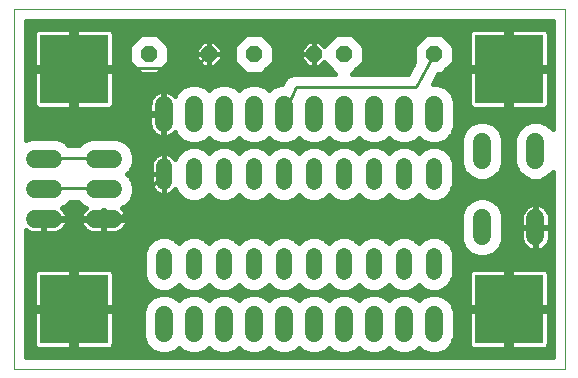
<source format=gbl>
G75*
%MOIN*%
%OFA0B0*%
%FSLAX24Y24*%
%IPPOS*%
%LPD*%
%AMOC8*
5,1,8,0,0,1.08239X$1,22.5*
%
%ADD10C,0.0000*%
%ADD11OC8,0.0520*%
%ADD12R,0.2300X0.2300*%
%ADD13C,0.0600*%
%ADD14C,0.0520*%
%ADD15C,0.0100*%
%ADD16C,0.0160*%
D10*
X000180Y000180D02*
X000180Y012176D01*
X018550Y012176D01*
X018550Y000180D01*
X000180Y000180D01*
D11*
X004680Y010680D03*
X006680Y010680D03*
X008180Y010680D03*
X010180Y010680D03*
X011180Y010680D03*
X014180Y010680D03*
D12*
X016680Y010180D03*
X016680Y002180D03*
X002180Y002180D03*
X002180Y010180D03*
D13*
X005180Y008980D02*
X005180Y008380D01*
X006180Y008380D02*
X006180Y008980D01*
X007180Y008980D02*
X007180Y008380D01*
X008180Y008380D02*
X008180Y008980D01*
X009180Y008980D02*
X009180Y008380D01*
X010180Y008380D02*
X010180Y008980D01*
X011180Y008980D02*
X011180Y008380D01*
X012180Y008380D02*
X012180Y008980D01*
X013180Y008980D02*
X013180Y008380D01*
X014180Y008380D02*
X014180Y008980D01*
X015790Y007760D02*
X015790Y007160D01*
X017570Y007160D02*
X017570Y007760D01*
X017570Y005200D02*
X017570Y004600D01*
X015790Y004600D02*
X015790Y005200D01*
X014180Y001980D02*
X014180Y001380D01*
X013180Y001380D02*
X013180Y001980D01*
X012180Y001980D02*
X012180Y001380D01*
X011180Y001380D02*
X011180Y001980D01*
X010180Y001980D02*
X010180Y001380D01*
X009180Y001380D02*
X009180Y001980D01*
X008180Y001980D02*
X008180Y001380D01*
X007180Y001380D02*
X007180Y001980D01*
X006180Y001980D02*
X006180Y001380D01*
X005180Y001380D02*
X005180Y001980D01*
X003480Y005180D02*
X002880Y005180D01*
X001480Y005180D02*
X000880Y005180D01*
X000880Y006180D02*
X001480Y006180D01*
X001480Y007180D02*
X000880Y007180D01*
X002880Y007180D02*
X003480Y007180D01*
X003480Y006180D02*
X002880Y006180D01*
D14*
X005178Y006420D02*
X005178Y006940D01*
X006178Y006940D02*
X006178Y006420D01*
X007178Y006420D02*
X007178Y006940D01*
X008178Y006940D02*
X008178Y006420D01*
X009178Y006420D02*
X009178Y006940D01*
X010178Y006940D02*
X010178Y006420D01*
X011178Y006420D02*
X011178Y006940D01*
X012178Y006940D02*
X012178Y006420D01*
X013178Y006420D02*
X013178Y006940D01*
X014178Y006940D02*
X014178Y006420D01*
X014178Y003940D02*
X014178Y003420D01*
X013178Y003420D02*
X013178Y003940D01*
X012178Y003940D02*
X012178Y003420D01*
X011178Y003420D02*
X011178Y003940D01*
X010178Y003940D02*
X010178Y003420D01*
X009178Y003420D02*
X009178Y003940D01*
X008178Y003940D02*
X008178Y003420D01*
X007178Y003420D02*
X007178Y003940D01*
X006178Y003940D02*
X006178Y003420D01*
X005178Y003420D02*
X005178Y003940D01*
D15*
X003750Y005250D02*
X003175Y005250D01*
X003180Y005180D01*
X003175Y005200D01*
X001200Y005200D01*
X001180Y005180D01*
X001180Y006180D02*
X001200Y006200D01*
X003175Y006200D01*
X003180Y006180D01*
X003180Y007180D02*
X003175Y007200D01*
X001200Y007200D01*
X001180Y007180D01*
X003750Y005250D02*
X005175Y006675D01*
X005178Y006680D01*
X005180Y008680D02*
X005200Y008700D01*
X005200Y010200D01*
X006200Y010200D01*
X006680Y010680D01*
X005200Y010200D02*
X002200Y010200D01*
X002180Y010180D01*
X009180Y008680D02*
X009575Y009575D01*
X013575Y009575D01*
X014180Y010680D01*
X010180Y010680D02*
X010175Y010700D01*
D16*
X010180Y010680D02*
X010180Y011120D01*
X010180Y010680D01*
X010180Y011680D01*
X016680Y011680D01*
X016680Y010180D01*
X016760Y010166D02*
X018150Y010166D01*
X018010Y010100D02*
X016760Y010100D01*
X016760Y010260D01*
X018010Y010260D01*
X018010Y011354D01*
X017998Y011399D01*
X017974Y011441D01*
X017941Y011474D01*
X017899Y011498D01*
X017854Y011510D01*
X016760Y011510D01*
X016760Y010260D01*
X016600Y010260D01*
X016600Y011510D01*
X015506Y011510D01*
X015461Y011498D01*
X015419Y011474D01*
X015386Y011441D01*
X015362Y011399D01*
X015350Y011354D01*
X015350Y010260D01*
X016600Y010260D01*
X016600Y010100D01*
X016760Y010100D01*
X016760Y008850D01*
X017854Y008850D01*
X017899Y008862D01*
X017941Y008886D01*
X017974Y008919D01*
X017998Y008961D01*
X018010Y009006D01*
X018010Y010100D01*
X018010Y010007D02*
X018150Y010007D01*
X018150Y009849D02*
X018010Y009849D01*
X018010Y009690D02*
X018150Y009690D01*
X018150Y009532D02*
X018010Y009532D01*
X018010Y009373D02*
X018150Y009373D01*
X018150Y009215D02*
X018010Y009215D01*
X018010Y009056D02*
X018150Y009056D01*
X018150Y008898D02*
X017952Y008898D01*
X018150Y008739D02*
X014880Y008739D01*
X014880Y008581D02*
X018150Y008581D01*
X018150Y008422D02*
X017801Y008422D01*
X017709Y008460D02*
X017967Y008353D01*
X018150Y008170D01*
X018150Y011776D01*
X000580Y011776D01*
X000580Y007813D01*
X000741Y007880D01*
X001619Y007880D01*
X001877Y007773D01*
X002000Y007650D01*
X002360Y007650D01*
X002483Y007773D01*
X002741Y007880D01*
X003619Y007880D01*
X003877Y007773D01*
X004073Y007577D01*
X004180Y007319D01*
X004180Y007041D01*
X004073Y006783D01*
X003970Y006680D01*
X004073Y006577D01*
X004180Y006319D01*
X004180Y006041D01*
X004073Y005783D01*
X003877Y005587D01*
X003788Y005550D01*
X003793Y005546D01*
X003846Y005493D01*
X003891Y005432D01*
X003925Y005364D01*
X003948Y005292D01*
X003960Y005218D01*
X003960Y005200D01*
X003200Y005200D01*
X003200Y005480D01*
X003160Y005480D01*
X003160Y005200D01*
X003200Y005200D01*
X003200Y005160D01*
X003960Y005160D01*
X003960Y005142D01*
X003948Y005068D01*
X003925Y004996D01*
X003891Y004928D01*
X003846Y004867D01*
X003793Y004814D01*
X003732Y004769D01*
X003664Y004735D01*
X003592Y004712D01*
X003518Y004700D01*
X003200Y004700D01*
X003200Y005160D01*
X003160Y005160D01*
X003160Y004700D01*
X002842Y004700D01*
X002768Y004712D01*
X002696Y004735D01*
X002628Y004769D01*
X002567Y004814D01*
X002514Y004867D01*
X002469Y004928D01*
X002435Y004996D01*
X002412Y005068D01*
X002400Y005142D01*
X002400Y005160D01*
X003160Y005160D01*
X003160Y005200D01*
X002400Y005200D01*
X002400Y005218D01*
X002412Y005292D01*
X002435Y005364D01*
X002469Y005432D01*
X002514Y005493D01*
X002567Y005546D01*
X002572Y005550D01*
X002483Y005587D01*
X002320Y005750D01*
X002040Y005750D01*
X001877Y005587D01*
X001788Y005550D01*
X001793Y005546D01*
X001846Y005493D01*
X001891Y005432D01*
X001925Y005364D01*
X001948Y005292D01*
X001960Y005218D01*
X001960Y005200D01*
X001200Y005200D01*
X001200Y005160D01*
X001960Y005160D01*
X001960Y005142D01*
X001948Y005068D01*
X001925Y004996D01*
X001891Y004928D01*
X001846Y004867D01*
X001793Y004814D01*
X001732Y004769D01*
X001664Y004735D01*
X001592Y004712D01*
X001518Y004700D01*
X001200Y004700D01*
X001200Y005160D01*
X001160Y005160D01*
X001160Y004700D01*
X000842Y004700D01*
X000768Y004712D01*
X000696Y004735D01*
X000628Y004769D01*
X000580Y004805D01*
X000580Y000580D01*
X018150Y000580D01*
X018150Y006750D01*
X017967Y006567D01*
X017709Y006460D01*
X017431Y006460D01*
X017173Y006567D01*
X016977Y006763D01*
X016870Y007021D01*
X016870Y007899D01*
X016977Y008157D01*
X017173Y008353D01*
X017431Y008460D01*
X017709Y008460D01*
X017339Y008422D02*
X016021Y008422D01*
X015929Y008460D02*
X015651Y008460D01*
X015393Y008353D01*
X015197Y008157D01*
X015090Y007899D01*
X015090Y007021D01*
X015197Y006763D01*
X015393Y006567D01*
X015651Y006460D01*
X015929Y006460D01*
X016187Y006567D01*
X016383Y006763D01*
X016490Y007021D01*
X016490Y007899D01*
X016383Y008157D01*
X016187Y008353D01*
X015929Y008460D01*
X015559Y008422D02*
X014880Y008422D01*
X014880Y008264D02*
X015304Y008264D01*
X015175Y008105D02*
X014824Y008105D01*
X014773Y007983D02*
X014880Y008241D01*
X014880Y009119D01*
X014773Y009377D01*
X014577Y009573D01*
X014319Y009680D01*
X014146Y009680D01*
X014332Y010020D01*
X014453Y010020D01*
X014840Y010407D01*
X014840Y010953D01*
X014453Y011340D01*
X013907Y011340D01*
X013520Y010953D01*
X013520Y010412D01*
X013308Y010025D01*
X011458Y010025D01*
X011840Y010407D01*
X011840Y010953D01*
X011453Y011340D01*
X010907Y011340D01*
X010524Y010958D01*
X010525Y010958D01*
X010524Y010958D02*
X010362Y011120D01*
X010180Y011120D01*
X009998Y011120D01*
X009740Y010862D01*
X009740Y010680D01*
X010180Y010680D01*
X010180Y010680D01*
X010180Y010240D01*
X010362Y010240D01*
X010524Y010402D01*
X010902Y010025D01*
X009580Y010025D01*
X009496Y010027D01*
X009491Y010025D01*
X009485Y010025D01*
X009408Y009993D01*
X009329Y009962D01*
X009325Y009959D01*
X009320Y009956D01*
X009260Y009897D01*
X009199Y009839D01*
X009197Y009834D01*
X009194Y009830D01*
X009161Y009752D01*
X009129Y009680D01*
X009041Y009680D01*
X008783Y009573D01*
X008680Y009470D01*
X008577Y009573D01*
X008319Y009680D01*
X008041Y009680D01*
X007783Y009573D01*
X007680Y009470D01*
X007577Y009573D01*
X007319Y009680D01*
X007041Y009680D01*
X006783Y009573D01*
X006680Y009470D01*
X006577Y009573D01*
X006319Y009680D01*
X006041Y009680D01*
X005783Y009573D01*
X005587Y009377D01*
X005550Y009288D01*
X005546Y009293D01*
X005493Y009346D01*
X005432Y009391D01*
X005364Y009425D01*
X005292Y009448D01*
X005218Y009460D01*
X005200Y009460D01*
X005200Y008700D01*
X005160Y008700D01*
X005160Y009460D01*
X005142Y009460D01*
X005068Y009448D01*
X004996Y009425D01*
X004928Y009391D01*
X004867Y009346D01*
X004814Y009293D01*
X004769Y009232D01*
X004735Y009164D01*
X004712Y009092D01*
X004700Y009018D01*
X004700Y008700D01*
X005160Y008700D01*
X005160Y008660D01*
X005200Y008660D01*
X005200Y007900D01*
X005218Y007900D01*
X005292Y007912D01*
X005364Y007935D01*
X005432Y007969D01*
X005493Y008014D01*
X005546Y008067D01*
X005550Y008072D01*
X005587Y007983D01*
X005783Y007787D01*
X006041Y007680D01*
X006319Y007680D01*
X006577Y007787D01*
X006680Y007890D01*
X006783Y007787D01*
X007041Y007680D01*
X007319Y007680D01*
X007577Y007787D01*
X007680Y007890D01*
X007783Y007787D01*
X008041Y007680D01*
X008319Y007680D01*
X008577Y007787D01*
X008680Y007890D01*
X008783Y007787D01*
X009041Y007680D01*
X009319Y007680D01*
X009577Y007787D01*
X009680Y007890D01*
X009783Y007787D01*
X010041Y007680D01*
X010319Y007680D01*
X010577Y007787D01*
X010680Y007890D01*
X010783Y007787D01*
X011041Y007680D01*
X011319Y007680D01*
X011577Y007787D01*
X011680Y007890D01*
X011783Y007787D01*
X012041Y007680D01*
X012319Y007680D01*
X012577Y007787D01*
X012680Y007890D01*
X012783Y007787D01*
X013041Y007680D01*
X013319Y007680D01*
X013577Y007787D01*
X013680Y007890D01*
X013783Y007787D01*
X014041Y007680D01*
X014319Y007680D01*
X014577Y007787D01*
X014773Y007983D01*
X014736Y007947D02*
X015110Y007947D01*
X015090Y007788D02*
X014578Y007788D01*
X014552Y007500D02*
X014309Y007600D01*
X014047Y007600D01*
X013804Y007500D01*
X013678Y007373D01*
X013552Y007500D01*
X013309Y007600D01*
X013047Y007600D01*
X012804Y007500D01*
X012678Y007373D01*
X012552Y007500D01*
X012309Y007600D01*
X012047Y007600D01*
X011804Y007500D01*
X011678Y007373D01*
X011552Y007500D01*
X011309Y007600D01*
X011047Y007600D01*
X010804Y007500D01*
X010678Y007373D01*
X010552Y007500D01*
X010309Y007600D01*
X010047Y007600D01*
X009804Y007500D01*
X009678Y007373D01*
X009552Y007500D01*
X009309Y007600D01*
X009047Y007600D01*
X008804Y007500D01*
X008678Y007373D01*
X008552Y007500D01*
X008309Y007600D01*
X008047Y007600D01*
X007804Y007500D01*
X007678Y007373D01*
X007552Y007500D01*
X007309Y007600D01*
X007047Y007600D01*
X006804Y007500D01*
X006678Y007373D01*
X006552Y007500D01*
X006309Y007600D01*
X006047Y007600D01*
X005804Y007500D01*
X005619Y007314D01*
X005557Y007165D01*
X005554Y007171D01*
X005514Y007227D01*
X005465Y007276D01*
X005409Y007316D01*
X005347Y007348D01*
X005281Y007369D01*
X005213Y007380D01*
X005178Y007380D01*
X005143Y007380D01*
X005075Y007369D01*
X005009Y007348D01*
X004947Y007316D01*
X004891Y007276D01*
X004842Y007227D01*
X004802Y007171D01*
X004770Y007109D01*
X004749Y007043D01*
X004738Y006975D01*
X004738Y006680D01*
X004738Y006385D01*
X004749Y006317D01*
X004770Y006251D01*
X004802Y006189D01*
X004842Y006133D01*
X004891Y006084D01*
X004947Y006044D01*
X005009Y006012D01*
X005075Y005991D01*
X005143Y005980D01*
X005178Y005980D01*
X005178Y006680D01*
X005178Y006680D01*
X004738Y006680D01*
X005178Y006680D01*
X005178Y006680D01*
X005178Y007380D01*
X005178Y006680D01*
X005178Y006680D01*
X005178Y005980D01*
X005213Y005980D01*
X005281Y005991D01*
X005347Y006012D01*
X005409Y006044D01*
X005465Y006084D01*
X005514Y006133D01*
X005554Y006189D01*
X005557Y006195D01*
X005619Y006046D01*
X005804Y005860D01*
X006047Y005760D01*
X006309Y005760D01*
X006552Y005860D01*
X006678Y005987D01*
X006804Y005860D01*
X007047Y005760D01*
X007309Y005760D01*
X007552Y005860D01*
X007678Y005987D01*
X007804Y005860D01*
X008047Y005760D01*
X008309Y005760D01*
X008552Y005860D01*
X008678Y005987D01*
X008804Y005860D01*
X009047Y005760D01*
X009309Y005760D01*
X009552Y005860D01*
X009678Y005987D01*
X009804Y005860D01*
X010047Y005760D01*
X010309Y005760D01*
X010552Y005860D01*
X010678Y005987D01*
X010804Y005860D01*
X011047Y005760D01*
X011309Y005760D01*
X011552Y005860D01*
X011678Y005987D01*
X011804Y005860D01*
X012047Y005760D01*
X012309Y005760D01*
X012552Y005860D01*
X012678Y005987D01*
X012804Y005860D01*
X013047Y005760D01*
X013309Y005760D01*
X013552Y005860D01*
X013678Y005987D01*
X013804Y005860D01*
X014047Y005760D01*
X014309Y005760D01*
X014552Y005860D01*
X014738Y006046D01*
X014838Y006289D01*
X014838Y007071D01*
X014738Y007314D01*
X014552Y007500D01*
X014580Y007471D02*
X015090Y007471D01*
X015090Y007313D02*
X014738Y007313D01*
X014804Y007154D02*
X015090Y007154D01*
X015100Y006996D02*
X014838Y006996D01*
X014838Y006837D02*
X015166Y006837D01*
X015282Y006679D02*
X014838Y006679D01*
X014838Y006520D02*
X015506Y006520D01*
X016074Y006520D02*
X017286Y006520D01*
X017062Y006679D02*
X016298Y006679D01*
X016414Y006837D02*
X016946Y006837D01*
X016880Y006996D02*
X016480Y006996D01*
X016490Y007154D02*
X016870Y007154D01*
X016870Y007313D02*
X016490Y007313D01*
X016490Y007471D02*
X016870Y007471D01*
X016870Y007630D02*
X016490Y007630D01*
X016490Y007788D02*
X016870Y007788D01*
X016890Y007947D02*
X016470Y007947D01*
X016405Y008105D02*
X016955Y008105D01*
X017084Y008264D02*
X016276Y008264D01*
X016600Y008850D02*
X015506Y008850D01*
X015461Y008862D01*
X015419Y008886D01*
X015386Y008919D01*
X015362Y008961D01*
X015350Y009006D01*
X015350Y010100D01*
X016600Y010100D01*
X016600Y008850D01*
X016600Y008898D02*
X016760Y008898D01*
X016760Y009056D02*
X016600Y009056D01*
X016600Y009215D02*
X016760Y009215D01*
X016760Y009373D02*
X016600Y009373D01*
X016600Y009532D02*
X016760Y009532D01*
X016760Y009690D02*
X016600Y009690D01*
X016600Y009849D02*
X016760Y009849D01*
X016760Y010007D02*
X016600Y010007D01*
X016600Y010166D02*
X014599Y010166D01*
X014757Y010324D02*
X015350Y010324D01*
X015350Y010483D02*
X014840Y010483D01*
X014840Y010641D02*
X015350Y010641D01*
X015350Y010800D02*
X014840Y010800D01*
X014835Y010958D02*
X015350Y010958D01*
X015350Y011117D02*
X014677Y011117D01*
X014518Y011275D02*
X015350Y011275D01*
X015382Y011434D02*
X003478Y011434D01*
X003474Y011441D02*
X003441Y011474D01*
X003399Y011498D01*
X003354Y011510D01*
X002260Y011510D01*
X002260Y010260D01*
X003510Y010260D01*
X003510Y011354D01*
X003498Y011399D01*
X003474Y011441D01*
X003510Y011275D02*
X004342Y011275D01*
X004407Y011340D02*
X004020Y010953D01*
X004020Y010407D01*
X004407Y010020D01*
X004953Y010020D01*
X005340Y010407D01*
X005340Y010953D01*
X004953Y011340D01*
X004407Y011340D01*
X004183Y011117D02*
X003510Y011117D01*
X003510Y010958D02*
X004025Y010958D01*
X004020Y010800D02*
X003510Y010800D01*
X003510Y010641D02*
X004020Y010641D01*
X004020Y010483D02*
X003510Y010483D01*
X003510Y010324D02*
X004103Y010324D01*
X004261Y010166D02*
X002260Y010166D01*
X002260Y010100D02*
X002260Y010260D01*
X002100Y010260D01*
X002100Y011510D01*
X001006Y011510D01*
X000961Y011498D01*
X000919Y011474D01*
X000886Y011441D01*
X000862Y011399D01*
X000850Y011354D01*
X000850Y010260D01*
X002100Y010260D01*
X002100Y010100D01*
X002260Y010100D01*
X003510Y010100D01*
X003510Y009006D01*
X003498Y008961D01*
X003474Y008919D01*
X003441Y008886D01*
X003399Y008862D01*
X003354Y008850D01*
X002260Y008850D01*
X002260Y010100D01*
X002260Y010007D02*
X002100Y010007D01*
X002100Y010100D02*
X002100Y008850D01*
X001006Y008850D01*
X000961Y008862D01*
X000919Y008886D01*
X000886Y008919D01*
X000862Y008961D01*
X000850Y009006D01*
X000850Y010100D01*
X002100Y010100D01*
X002100Y010166D02*
X000580Y010166D01*
X000580Y010324D02*
X000850Y010324D01*
X000850Y010483D02*
X000580Y010483D01*
X000580Y010641D02*
X000850Y010641D01*
X000850Y010800D02*
X000580Y010800D01*
X000580Y010958D02*
X000850Y010958D01*
X000850Y011117D02*
X000580Y011117D01*
X000580Y011275D02*
X000850Y011275D01*
X000882Y011434D02*
X000580Y011434D01*
X000580Y011592D02*
X018150Y011592D01*
X018150Y011434D02*
X017978Y011434D01*
X018010Y011275D02*
X018150Y011275D01*
X018150Y011117D02*
X018010Y011117D01*
X018010Y010958D02*
X018150Y010958D01*
X018150Y010800D02*
X018010Y010800D01*
X018010Y010641D02*
X018150Y010641D01*
X018150Y010483D02*
X018010Y010483D01*
X018010Y010324D02*
X018150Y010324D01*
X016760Y010324D02*
X016600Y010324D01*
X016600Y010483D02*
X016760Y010483D01*
X016760Y010641D02*
X016600Y010641D01*
X016600Y010800D02*
X016760Y010800D01*
X016760Y010958D02*
X016600Y010958D01*
X016600Y011117D02*
X016760Y011117D01*
X016760Y011275D02*
X016600Y011275D01*
X016600Y011434D02*
X016760Y011434D01*
X018150Y011751D02*
X000580Y011751D01*
X002100Y011434D02*
X002260Y011434D01*
X002260Y011275D02*
X002100Y011275D01*
X002100Y011117D02*
X002260Y011117D01*
X002260Y010958D02*
X002100Y010958D01*
X002100Y010800D02*
X002260Y010800D01*
X002260Y010641D02*
X002100Y010641D01*
X002100Y010483D02*
X002260Y010483D01*
X002260Y010324D02*
X002100Y010324D01*
X002100Y009849D02*
X002260Y009849D01*
X002260Y009690D02*
X002100Y009690D01*
X002100Y009532D02*
X002260Y009532D01*
X002260Y009373D02*
X002100Y009373D01*
X002100Y009215D02*
X002260Y009215D01*
X002260Y009056D02*
X002100Y009056D01*
X002100Y008898D02*
X002260Y008898D01*
X003452Y008898D02*
X004700Y008898D01*
X004700Y008739D02*
X000580Y008739D01*
X000580Y008581D02*
X004700Y008581D01*
X004700Y008660D02*
X004700Y008342D01*
X004712Y008268D01*
X004735Y008196D01*
X004769Y008128D01*
X004814Y008067D01*
X004867Y008014D01*
X004928Y007969D01*
X004996Y007935D01*
X005068Y007912D01*
X005142Y007900D01*
X005160Y007900D01*
X005160Y008660D01*
X004700Y008660D01*
X004700Y008422D02*
X000580Y008422D01*
X000580Y008264D02*
X004713Y008264D01*
X004786Y008105D02*
X000580Y008105D01*
X000580Y007947D02*
X004973Y007947D01*
X005160Y007947D02*
X005200Y007947D01*
X005200Y008105D02*
X005160Y008105D01*
X005160Y008264D02*
X005200Y008264D01*
X005200Y008422D02*
X005160Y008422D01*
X005160Y008581D02*
X005200Y008581D01*
X005200Y008739D02*
X005160Y008739D01*
X005160Y008898D02*
X005200Y008898D01*
X005200Y009056D02*
X005160Y009056D01*
X005160Y009215D02*
X005200Y009215D01*
X005200Y009373D02*
X005160Y009373D01*
X004904Y009373D02*
X003510Y009373D01*
X003510Y009215D02*
X004761Y009215D01*
X004706Y009056D02*
X003510Y009056D01*
X003510Y009532D02*
X005742Y009532D01*
X005585Y009373D02*
X005456Y009373D01*
X005099Y010166D02*
X007761Y010166D01*
X007907Y010020D02*
X008453Y010020D01*
X008840Y010407D01*
X008840Y010953D01*
X008453Y011340D01*
X007907Y011340D01*
X007520Y010953D01*
X007520Y010407D01*
X007907Y010020D01*
X007603Y010324D02*
X006946Y010324D01*
X006862Y010240D02*
X006680Y010240D01*
X006680Y010680D01*
X006680Y011680D01*
X010180Y011680D01*
X010842Y011275D02*
X008518Y011275D01*
X008677Y011117D02*
X009994Y011117D01*
X010180Y011117D02*
X010180Y011117D01*
X010180Y010958D02*
X010180Y010958D01*
X010180Y010800D02*
X010180Y010800D01*
X010180Y010680D02*
X010180Y010680D01*
X010180Y010680D01*
X010180Y010240D01*
X009998Y010240D01*
X009740Y010498D01*
X009740Y010680D01*
X010180Y010680D01*
X010180Y010641D02*
X010180Y010641D01*
X010180Y010483D02*
X010180Y010483D01*
X010180Y010324D02*
X010180Y010324D01*
X009914Y010324D02*
X008757Y010324D01*
X008840Y010483D02*
X009755Y010483D01*
X009740Y010641D02*
X008840Y010641D01*
X008840Y010800D02*
X009740Y010800D01*
X009836Y010958D02*
X008835Y010958D01*
X007842Y011275D02*
X005018Y011275D01*
X005177Y011117D02*
X006494Y011117D01*
X006498Y011120D02*
X006240Y010862D01*
X006240Y010680D01*
X006680Y010680D01*
X007120Y010680D01*
X007120Y010862D01*
X006862Y011120D01*
X006680Y011120D01*
X006680Y010680D01*
X006680Y010680D01*
X006680Y010680D01*
X007120Y010680D01*
X007120Y010498D01*
X006862Y010240D01*
X006680Y010240D02*
X006680Y010680D01*
X006680Y010680D01*
X006680Y010680D01*
X006680Y011120D01*
X006498Y011120D01*
X006680Y011117D02*
X006680Y011117D01*
X006680Y010958D02*
X006680Y010958D01*
X006680Y010800D02*
X006680Y010800D01*
X006680Y010680D02*
X006240Y010680D01*
X006240Y010498D01*
X006498Y010240D01*
X006680Y010240D01*
X006680Y010324D02*
X006680Y010324D01*
X006680Y010483D02*
X006680Y010483D01*
X006414Y010324D02*
X005257Y010324D01*
X005340Y010483D02*
X006255Y010483D01*
X006240Y010641D02*
X005340Y010641D01*
X005340Y010800D02*
X006240Y010800D01*
X006336Y010958D02*
X005335Y010958D01*
X006680Y010641D02*
X006680Y010641D01*
X007120Y010641D02*
X007520Y010641D01*
X007520Y010800D02*
X007120Y010800D01*
X007024Y010958D02*
X007525Y010958D01*
X007683Y011117D02*
X006866Y011117D01*
X007105Y010483D02*
X007520Y010483D01*
X008599Y010166D02*
X010761Y010166D01*
X010603Y010324D02*
X010446Y010324D01*
X009442Y010007D02*
X003510Y010007D01*
X003510Y009849D02*
X009210Y009849D01*
X009134Y009690D02*
X003510Y009690D01*
X005387Y007947D02*
X005624Y007947D01*
X005782Y007788D02*
X003841Y007788D01*
X004020Y007630D02*
X015090Y007630D01*
X013782Y007788D02*
X013578Y007788D01*
X013580Y007471D02*
X013776Y007471D01*
X012776Y007471D02*
X012580Y007471D01*
X012578Y007788D02*
X012782Y007788D01*
X011782Y007788D02*
X011578Y007788D01*
X011580Y007471D02*
X011776Y007471D01*
X010776Y007471D02*
X010580Y007471D01*
X010578Y007788D02*
X010782Y007788D01*
X009782Y007788D02*
X009578Y007788D01*
X009580Y007471D02*
X009776Y007471D01*
X008776Y007471D02*
X008580Y007471D01*
X008578Y007788D02*
X008782Y007788D01*
X007782Y007788D02*
X007578Y007788D01*
X007580Y007471D02*
X007776Y007471D01*
X006776Y007471D02*
X006580Y007471D01*
X006578Y007788D02*
X006782Y007788D01*
X005776Y007471D02*
X004117Y007471D01*
X004180Y007313D02*
X004942Y007313D01*
X005178Y007313D02*
X005178Y007313D01*
X005414Y007313D02*
X005618Y007313D01*
X005178Y007154D02*
X005178Y007154D01*
X005178Y006996D02*
X005178Y006996D01*
X005178Y006837D02*
X005178Y006837D01*
X005178Y006679D02*
X005178Y006679D01*
X005178Y006520D02*
X005178Y006520D01*
X005178Y006362D02*
X005178Y006362D01*
X005178Y006203D02*
X005178Y006203D01*
X005178Y006045D02*
X005178Y006045D01*
X004946Y006045D02*
X004180Y006045D01*
X004116Y005886D02*
X005779Y005886D01*
X005620Y006045D02*
X005410Y006045D01*
X004795Y006203D02*
X004180Y006203D01*
X004162Y006362D02*
X004742Y006362D01*
X004738Y006520D02*
X004097Y006520D01*
X003971Y006679D02*
X004738Y006679D01*
X004738Y006837D02*
X004096Y006837D01*
X004161Y006996D02*
X004741Y006996D01*
X004793Y007154D02*
X004180Y007154D01*
X002519Y007788D02*
X001841Y007788D01*
X000908Y008898D02*
X000580Y008898D01*
X000580Y009056D02*
X000850Y009056D01*
X000850Y009215D02*
X000580Y009215D01*
X000580Y009373D02*
X000850Y009373D01*
X000850Y009532D02*
X000580Y009532D01*
X000580Y009690D02*
X000850Y009690D01*
X000850Y009849D02*
X000580Y009849D01*
X000580Y010007D02*
X000850Y010007D01*
X006618Y009532D02*
X006742Y009532D01*
X007618Y009532D02*
X007742Y009532D01*
X008618Y009532D02*
X008742Y009532D01*
X010366Y011117D02*
X010683Y011117D01*
X011518Y011275D02*
X013842Y011275D01*
X013683Y011117D02*
X011677Y011117D01*
X011835Y010958D02*
X013525Y010958D01*
X013520Y010800D02*
X011840Y010800D01*
X011840Y010641D02*
X013520Y010641D01*
X013520Y010483D02*
X011840Y010483D01*
X011757Y010324D02*
X013472Y010324D01*
X013385Y010166D02*
X011599Y010166D01*
X014151Y009690D02*
X015350Y009690D01*
X015350Y009532D02*
X014618Y009532D01*
X014775Y009373D02*
X015350Y009373D01*
X015350Y009215D02*
X014841Y009215D01*
X014880Y009056D02*
X015350Y009056D01*
X015408Y008898D02*
X014880Y008898D01*
X015350Y009849D02*
X014238Y009849D01*
X014325Y010007D02*
X015350Y010007D01*
X018056Y008264D02*
X018150Y008264D01*
X018150Y006679D02*
X018078Y006679D01*
X018150Y006520D02*
X017854Y006520D01*
X018150Y006362D02*
X014838Y006362D01*
X014803Y006203D02*
X018150Y006203D01*
X018150Y006045D02*
X014736Y006045D01*
X014577Y005886D02*
X015617Y005886D01*
X015651Y005900D02*
X015393Y005793D01*
X015197Y005597D01*
X015090Y005339D01*
X015090Y004461D01*
X015197Y004203D01*
X015393Y004007D01*
X015651Y003900D01*
X015929Y003900D01*
X016187Y004007D01*
X016383Y004203D01*
X016490Y004461D01*
X016490Y005339D01*
X016383Y005597D01*
X016187Y005793D01*
X015929Y005900D01*
X015651Y005900D01*
X015328Y005728D02*
X004017Y005728D01*
X003834Y005569D02*
X015185Y005569D01*
X015120Y005411D02*
X003901Y005411D01*
X003955Y005252D02*
X015090Y005252D01*
X015090Y005094D02*
X003952Y005094D01*
X003894Y004935D02*
X015090Y004935D01*
X015090Y004777D02*
X003741Y004777D01*
X003200Y004777D02*
X003160Y004777D01*
X003160Y004935D02*
X003200Y004935D01*
X003200Y005094D02*
X003160Y005094D01*
X003160Y005252D02*
X003200Y005252D01*
X003200Y005411D02*
X003160Y005411D01*
X002526Y005569D02*
X001834Y005569D01*
X002017Y005728D02*
X002343Y005728D01*
X002459Y005411D02*
X001901Y005411D01*
X001955Y005252D02*
X002405Y005252D01*
X002408Y005094D02*
X001952Y005094D01*
X001894Y004935D02*
X002466Y004935D01*
X002619Y004777D02*
X001741Y004777D01*
X001200Y004777D02*
X001160Y004777D01*
X001160Y004935D02*
X001200Y004935D01*
X001200Y005094D02*
X001160Y005094D01*
X000619Y004777D02*
X000580Y004777D01*
X000580Y004618D02*
X015090Y004618D01*
X015091Y004460D02*
X014592Y004460D01*
X014552Y004500D02*
X014309Y004600D01*
X014047Y004600D01*
X013804Y004500D01*
X013678Y004373D01*
X013552Y004500D01*
X013309Y004600D01*
X013047Y004600D01*
X012804Y004500D01*
X012678Y004373D01*
X012552Y004500D01*
X012309Y004600D01*
X012047Y004600D01*
X011804Y004500D01*
X011678Y004373D01*
X011552Y004500D01*
X011309Y004600D01*
X011047Y004600D01*
X010804Y004500D01*
X010678Y004373D01*
X010552Y004500D01*
X010309Y004600D01*
X010047Y004600D01*
X009804Y004500D01*
X009678Y004373D01*
X009552Y004500D01*
X009309Y004600D01*
X009047Y004600D01*
X008804Y004500D01*
X008678Y004373D01*
X008552Y004500D01*
X008309Y004600D01*
X008047Y004600D01*
X007804Y004500D01*
X007678Y004373D01*
X007552Y004500D01*
X007309Y004600D01*
X007047Y004600D01*
X006804Y004500D01*
X006678Y004373D01*
X006552Y004500D01*
X006309Y004600D01*
X006047Y004600D01*
X005804Y004500D01*
X005678Y004373D01*
X005552Y004500D01*
X005309Y004600D01*
X005047Y004600D01*
X004804Y004500D01*
X004619Y004314D01*
X004518Y004071D01*
X004518Y003289D01*
X004619Y003046D01*
X004804Y002860D01*
X005047Y002760D01*
X005309Y002760D01*
X005552Y002860D01*
X005678Y002987D01*
X005804Y002860D01*
X006047Y002760D01*
X006309Y002760D01*
X006552Y002860D01*
X006678Y002987D01*
X006804Y002860D01*
X007047Y002760D01*
X007309Y002760D01*
X007552Y002860D01*
X007678Y002987D01*
X007804Y002860D01*
X008047Y002760D01*
X008309Y002760D01*
X008552Y002860D01*
X008678Y002987D01*
X008804Y002860D01*
X009047Y002760D01*
X009309Y002760D01*
X009552Y002860D01*
X009678Y002987D01*
X009804Y002860D01*
X010047Y002760D01*
X010309Y002760D01*
X010552Y002860D01*
X010678Y002987D01*
X010804Y002860D01*
X011047Y002760D01*
X011309Y002760D01*
X011552Y002860D01*
X011678Y002987D01*
X011804Y002860D01*
X012047Y002760D01*
X012309Y002760D01*
X012552Y002860D01*
X012678Y002987D01*
X012804Y002860D01*
X013047Y002760D01*
X013309Y002760D01*
X013552Y002860D01*
X013678Y002987D01*
X013804Y002860D01*
X014047Y002760D01*
X014309Y002760D01*
X014552Y002860D01*
X014738Y003046D01*
X014838Y003289D01*
X014838Y004071D01*
X014738Y004314D01*
X014552Y004500D01*
X014743Y004301D02*
X015156Y004301D01*
X015258Y004143D02*
X014809Y004143D01*
X014838Y003984D02*
X015448Y003984D01*
X014838Y003826D02*
X018150Y003826D01*
X018150Y003667D02*
X014838Y003667D01*
X014838Y003509D02*
X015501Y003509D01*
X015506Y003510D02*
X015461Y003498D01*
X015419Y003474D01*
X015386Y003441D01*
X015362Y003399D01*
X015350Y003354D01*
X015350Y002260D01*
X016600Y002260D01*
X016600Y003510D01*
X015506Y003510D01*
X015350Y003350D02*
X014838Y003350D01*
X014798Y003192D02*
X015350Y003192D01*
X015350Y003033D02*
X014724Y003033D01*
X014566Y002875D02*
X015350Y002875D01*
X015350Y002716D02*
X003510Y002716D01*
X003510Y002558D02*
X004768Y002558D01*
X004783Y002573D02*
X004587Y002377D01*
X004480Y002119D01*
X004480Y001241D01*
X004587Y000983D01*
X004783Y000787D01*
X005041Y000680D01*
X005319Y000680D01*
X005577Y000787D01*
X005680Y000890D01*
X005783Y000787D01*
X006041Y000680D01*
X006319Y000680D01*
X006577Y000787D01*
X006680Y000890D01*
X006783Y000787D01*
X007041Y000680D01*
X007319Y000680D01*
X007577Y000787D01*
X007680Y000890D01*
X007783Y000787D01*
X008041Y000680D01*
X008319Y000680D01*
X008577Y000787D01*
X008680Y000890D01*
X008783Y000787D01*
X009041Y000680D01*
X009319Y000680D01*
X009577Y000787D01*
X009680Y000890D01*
X009783Y000787D01*
X010041Y000680D01*
X010319Y000680D01*
X010577Y000787D01*
X010680Y000890D01*
X010783Y000787D01*
X011041Y000680D01*
X011319Y000680D01*
X011577Y000787D01*
X011680Y000890D01*
X011783Y000787D01*
X012041Y000680D01*
X012319Y000680D01*
X012577Y000787D01*
X012680Y000890D01*
X012783Y000787D01*
X013041Y000680D01*
X013319Y000680D01*
X013577Y000787D01*
X013680Y000890D01*
X013783Y000787D01*
X014041Y000680D01*
X014319Y000680D01*
X014577Y000787D01*
X014773Y000983D01*
X014880Y001241D01*
X014880Y002119D01*
X014773Y002377D01*
X014577Y002573D01*
X014319Y002680D01*
X014041Y002680D01*
X013783Y002573D01*
X013680Y002470D01*
X013577Y002573D01*
X013319Y002680D01*
X013041Y002680D01*
X012783Y002573D01*
X012680Y002470D01*
X012577Y002573D01*
X012319Y002680D01*
X012041Y002680D01*
X011783Y002573D01*
X011680Y002470D01*
X011577Y002573D01*
X011319Y002680D01*
X011041Y002680D01*
X010783Y002573D01*
X010680Y002470D01*
X010577Y002573D01*
X010319Y002680D01*
X010041Y002680D01*
X009783Y002573D01*
X009680Y002470D01*
X009577Y002573D01*
X009319Y002680D01*
X009041Y002680D01*
X008783Y002573D01*
X008680Y002470D01*
X008577Y002573D01*
X008319Y002680D01*
X008041Y002680D01*
X007783Y002573D01*
X007680Y002470D01*
X007577Y002573D01*
X007319Y002680D01*
X007041Y002680D01*
X006783Y002573D01*
X006680Y002470D01*
X006577Y002573D01*
X006319Y002680D01*
X006041Y002680D01*
X005783Y002573D01*
X005680Y002470D01*
X005577Y002573D01*
X005319Y002680D01*
X005041Y002680D01*
X004783Y002573D01*
X004609Y002399D02*
X003510Y002399D01*
X003510Y002260D02*
X003510Y003354D01*
X003498Y003399D01*
X003474Y003441D01*
X003441Y003474D01*
X003399Y003498D01*
X003354Y003510D01*
X002260Y003510D01*
X002260Y002260D01*
X003510Y002260D01*
X003510Y002100D02*
X002260Y002100D01*
X002260Y002260D01*
X002100Y002260D01*
X002100Y003510D01*
X001006Y003510D01*
X000961Y003498D01*
X000919Y003474D01*
X000886Y003441D01*
X000862Y003399D01*
X000850Y003354D01*
X000850Y002260D01*
X002100Y002260D01*
X002100Y002100D01*
X002260Y002100D01*
X002260Y000850D01*
X003354Y000850D01*
X003399Y000862D01*
X003441Y000886D01*
X003474Y000919D01*
X003498Y000961D01*
X003510Y001006D01*
X003510Y002100D01*
X003510Y002082D02*
X004480Y002082D01*
X004480Y001924D02*
X003510Y001924D01*
X003510Y001765D02*
X004480Y001765D01*
X004480Y001607D02*
X003510Y001607D01*
X003510Y001448D02*
X004480Y001448D01*
X004480Y001290D02*
X003510Y001290D01*
X003510Y001131D02*
X004525Y001131D01*
X004598Y000973D02*
X003501Y000973D01*
X002260Y000973D02*
X002100Y000973D01*
X002100Y000850D02*
X002100Y002100D01*
X000850Y002100D01*
X000850Y001006D01*
X000862Y000961D01*
X000886Y000919D01*
X000919Y000886D01*
X000961Y000862D01*
X001006Y000850D01*
X002100Y000850D01*
X002100Y001131D02*
X002260Y001131D01*
X002260Y001290D02*
X002100Y001290D01*
X002100Y001448D02*
X002260Y001448D01*
X002260Y001607D02*
X002100Y001607D01*
X002100Y001765D02*
X002260Y001765D01*
X002260Y001924D02*
X002100Y001924D01*
X002100Y002082D02*
X002260Y002082D01*
X002260Y002241D02*
X004530Y002241D01*
X004790Y002875D02*
X003510Y002875D01*
X003510Y003033D02*
X004632Y003033D01*
X004558Y003192D02*
X003510Y003192D01*
X003510Y003350D02*
X004518Y003350D01*
X004518Y003509D02*
X003359Y003509D01*
X002260Y003509D02*
X002100Y003509D01*
X002100Y003350D02*
X002260Y003350D01*
X002260Y003192D02*
X002100Y003192D01*
X002100Y003033D02*
X002260Y003033D01*
X002260Y002875D02*
X002100Y002875D01*
X002100Y002716D02*
X002260Y002716D01*
X002260Y002558D02*
X002100Y002558D01*
X002100Y002399D02*
X002260Y002399D01*
X002100Y002241D02*
X000580Y002241D01*
X000580Y002399D02*
X000850Y002399D01*
X000850Y002558D02*
X000580Y002558D01*
X000580Y002716D02*
X000850Y002716D01*
X000850Y002875D02*
X000580Y002875D01*
X000580Y003033D02*
X000850Y003033D01*
X000850Y003192D02*
X000580Y003192D01*
X000580Y003350D02*
X000850Y003350D01*
X001001Y003509D02*
X000580Y003509D01*
X000580Y003667D02*
X004518Y003667D01*
X004518Y003826D02*
X000580Y003826D01*
X000580Y003984D02*
X004518Y003984D01*
X004548Y004143D02*
X000580Y004143D01*
X000580Y004301D02*
X004613Y004301D01*
X004764Y004460D02*
X000580Y004460D01*
X000580Y002082D02*
X000850Y002082D01*
X000850Y001924D02*
X000580Y001924D01*
X000580Y001765D02*
X000850Y001765D01*
X000850Y001607D02*
X000580Y001607D01*
X000580Y001448D02*
X000850Y001448D01*
X000850Y001290D02*
X000580Y001290D01*
X000580Y001131D02*
X000850Y001131D01*
X000859Y000973D02*
X000580Y000973D01*
X000580Y000814D02*
X004756Y000814D01*
X005604Y000814D02*
X005756Y000814D01*
X006604Y000814D02*
X006756Y000814D01*
X007604Y000814D02*
X007756Y000814D01*
X008604Y000814D02*
X008756Y000814D01*
X009604Y000814D02*
X009756Y000814D01*
X010604Y000814D02*
X010756Y000814D01*
X011604Y000814D02*
X011756Y000814D01*
X012604Y000814D02*
X012756Y000814D01*
X013604Y000814D02*
X013756Y000814D01*
X014604Y000814D02*
X018150Y000814D01*
X018150Y000656D02*
X000580Y000656D01*
X005592Y002558D02*
X005768Y002558D01*
X005790Y002875D02*
X005566Y002875D01*
X006566Y002875D02*
X006790Y002875D01*
X006768Y002558D02*
X006592Y002558D01*
X007592Y002558D02*
X007768Y002558D01*
X007790Y002875D02*
X007566Y002875D01*
X008566Y002875D02*
X008790Y002875D01*
X008768Y002558D02*
X008592Y002558D01*
X009592Y002558D02*
X009768Y002558D01*
X009790Y002875D02*
X009566Y002875D01*
X010566Y002875D02*
X010790Y002875D01*
X010768Y002558D02*
X010592Y002558D01*
X011592Y002558D02*
X011768Y002558D01*
X011790Y002875D02*
X011566Y002875D01*
X012566Y002875D02*
X012790Y002875D01*
X012768Y002558D02*
X012592Y002558D01*
X013566Y002875D02*
X013790Y002875D01*
X013768Y002558D02*
X013592Y002558D01*
X014592Y002558D02*
X015350Y002558D01*
X015350Y002399D02*
X014751Y002399D01*
X014830Y002241D02*
X016600Y002241D01*
X016600Y002260D02*
X016600Y002100D01*
X016760Y002100D01*
X016760Y002260D01*
X018010Y002260D01*
X018010Y003354D01*
X017998Y003399D01*
X017974Y003441D01*
X017941Y003474D01*
X017899Y003498D01*
X017854Y003510D01*
X016760Y003510D01*
X016760Y002260D01*
X016600Y002260D01*
X016600Y002399D02*
X016760Y002399D01*
X016760Y002241D02*
X018150Y002241D01*
X018150Y002399D02*
X018010Y002399D01*
X018010Y002558D02*
X018150Y002558D01*
X018150Y002716D02*
X018010Y002716D01*
X018010Y002875D02*
X018150Y002875D01*
X018150Y003033D02*
X018010Y003033D01*
X018010Y003192D02*
X018150Y003192D01*
X018150Y003350D02*
X018010Y003350D01*
X018150Y003509D02*
X017859Y003509D01*
X018150Y003984D02*
X016132Y003984D01*
X016322Y004143D02*
X017425Y004143D01*
X017458Y004132D02*
X017532Y004120D01*
X017550Y004120D01*
X017550Y004880D01*
X017590Y004880D01*
X017590Y004920D01*
X018050Y004920D01*
X018050Y005238D01*
X018038Y005312D01*
X018015Y005384D01*
X017981Y005452D01*
X017936Y005513D01*
X017883Y005566D01*
X017822Y005611D01*
X017754Y005645D01*
X017682Y005668D01*
X017608Y005680D01*
X017590Y005680D01*
X017590Y004920D01*
X017550Y004920D01*
X017550Y005680D01*
X017532Y005680D01*
X017458Y005668D01*
X017386Y005645D01*
X017318Y005611D01*
X017257Y005566D01*
X017204Y005513D01*
X017159Y005452D01*
X017125Y005384D01*
X017102Y005312D01*
X017090Y005238D01*
X017090Y004920D01*
X017550Y004920D01*
X017550Y004880D01*
X017090Y004880D01*
X017090Y004562D01*
X017102Y004488D01*
X017125Y004416D01*
X017159Y004348D01*
X017204Y004287D01*
X017257Y004234D01*
X017318Y004189D01*
X017386Y004155D01*
X017458Y004132D01*
X017550Y004143D02*
X017590Y004143D01*
X017590Y004120D02*
X017608Y004120D01*
X017682Y004132D01*
X017754Y004155D01*
X017822Y004189D01*
X017883Y004234D01*
X017936Y004287D01*
X017981Y004348D01*
X018015Y004416D01*
X018038Y004488D01*
X018050Y004562D01*
X018050Y004880D01*
X017590Y004880D01*
X017590Y004120D01*
X017715Y004143D02*
X018150Y004143D01*
X018150Y004301D02*
X017946Y004301D01*
X018029Y004460D02*
X018150Y004460D01*
X018150Y004618D02*
X018050Y004618D01*
X018050Y004777D02*
X018150Y004777D01*
X018150Y004935D02*
X018050Y004935D01*
X018050Y005094D02*
X018150Y005094D01*
X018150Y005252D02*
X018048Y005252D01*
X018001Y005411D02*
X018150Y005411D01*
X018150Y005569D02*
X017879Y005569D01*
X017590Y005569D02*
X017550Y005569D01*
X017550Y005411D02*
X017590Y005411D01*
X017590Y005252D02*
X017550Y005252D01*
X017550Y005094D02*
X017590Y005094D01*
X017590Y004935D02*
X017550Y004935D01*
X017550Y004777D02*
X017590Y004777D01*
X017590Y004618D02*
X017550Y004618D01*
X017550Y004460D02*
X017590Y004460D01*
X017590Y004301D02*
X017550Y004301D01*
X017194Y004301D02*
X016424Y004301D01*
X016489Y004460D02*
X017111Y004460D01*
X017090Y004618D02*
X016490Y004618D01*
X016490Y004777D02*
X017090Y004777D01*
X017090Y004935D02*
X016490Y004935D01*
X016490Y005094D02*
X017090Y005094D01*
X017092Y005252D02*
X016490Y005252D01*
X016460Y005411D02*
X017139Y005411D01*
X017261Y005569D02*
X016395Y005569D01*
X016252Y005728D02*
X018150Y005728D01*
X018150Y005886D02*
X015963Y005886D01*
X013779Y005886D02*
X013577Y005886D01*
X012779Y005886D02*
X012577Y005886D01*
X011779Y005886D02*
X011577Y005886D01*
X010779Y005886D02*
X010577Y005886D01*
X009779Y005886D02*
X009577Y005886D01*
X008779Y005886D02*
X008577Y005886D01*
X007779Y005886D02*
X007577Y005886D01*
X006779Y005886D02*
X006577Y005886D01*
X006592Y004460D02*
X006764Y004460D01*
X007592Y004460D02*
X007764Y004460D01*
X008592Y004460D02*
X008764Y004460D01*
X009592Y004460D02*
X009764Y004460D01*
X010592Y004460D02*
X010764Y004460D01*
X011592Y004460D02*
X011764Y004460D01*
X012592Y004460D02*
X012764Y004460D01*
X013592Y004460D02*
X013764Y004460D01*
X016600Y003509D02*
X016760Y003509D01*
X016760Y003350D02*
X016600Y003350D01*
X016600Y003192D02*
X016760Y003192D01*
X016760Y003033D02*
X016600Y003033D01*
X016600Y002875D02*
X016760Y002875D01*
X016760Y002716D02*
X016600Y002716D01*
X016600Y002558D02*
X016760Y002558D01*
X016760Y002100D02*
X018010Y002100D01*
X018010Y001006D01*
X017998Y000961D01*
X017974Y000919D01*
X017941Y000886D01*
X017899Y000862D01*
X017854Y000850D01*
X016760Y000850D01*
X016760Y002100D01*
X016760Y002082D02*
X016600Y002082D01*
X016600Y002100D02*
X016600Y000850D01*
X015506Y000850D01*
X015461Y000862D01*
X015419Y000886D01*
X015386Y000919D01*
X015362Y000961D01*
X015350Y001006D01*
X015350Y002100D01*
X016600Y002100D01*
X016600Y001924D02*
X016760Y001924D01*
X016760Y001765D02*
X016600Y001765D01*
X016600Y001607D02*
X016760Y001607D01*
X016760Y001448D02*
X016600Y001448D01*
X016600Y001290D02*
X016760Y001290D01*
X016760Y001131D02*
X016600Y001131D01*
X016600Y000973D02*
X016760Y000973D01*
X018001Y000973D02*
X018150Y000973D01*
X018150Y001131D02*
X018010Y001131D01*
X018010Y001290D02*
X018150Y001290D01*
X018150Y001448D02*
X018010Y001448D01*
X018010Y001607D02*
X018150Y001607D01*
X018150Y001765D02*
X018010Y001765D01*
X018010Y001924D02*
X018150Y001924D01*
X018150Y002082D02*
X018010Y002082D01*
X015350Y002082D02*
X014880Y002082D01*
X014880Y001924D02*
X015350Y001924D01*
X015350Y001765D02*
X014880Y001765D01*
X014880Y001607D02*
X015350Y001607D01*
X015350Y001448D02*
X014880Y001448D01*
X014880Y001290D02*
X015350Y001290D01*
X015350Y001131D02*
X014835Y001131D01*
X014762Y000973D02*
X015359Y000973D01*
X005764Y004460D02*
X005592Y004460D01*
M02*

</source>
